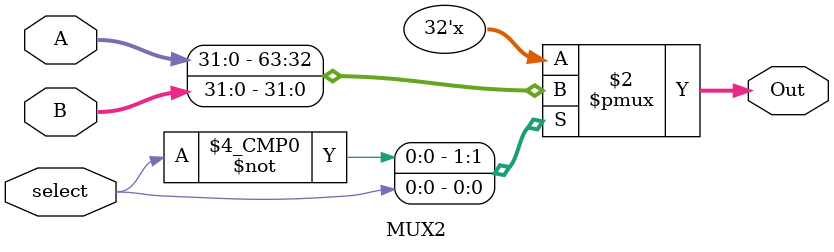
<source format=sv>
module MUX2(
  input logic [31:0]A,
  input logic [31:0]B,
  input logic select,
  output logic [31:0]Out);
  
  always@(*) begin
    case(select)
      1'b0: Out = A;
      1'b1: Out = B;
    endcase
  end
endmodule
</source>
